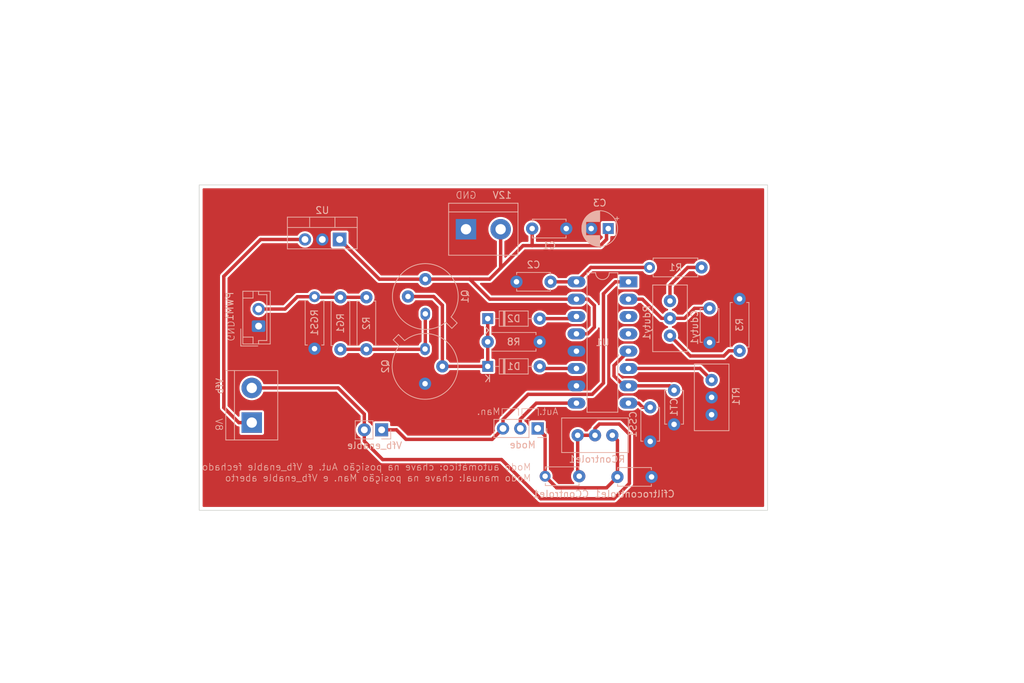
<source format=kicad_pcb>
(kicad_pcb (version 20240108) (generator "pcbnew") (generator_version "8.0")
  (layers (0 "F.Cu" signal) (31 "B.Cu" signal) (34 "B.Paste" user) (35 "F.Paste" user) (36 "B.SilkS" user "B.Silkscreen") (37 "F.SilkS" user "F.Silkscreen") (38 "B.Mask" user) (39 "F.Mask" user) (44 "Edge.Cuts" user))
  (net 0 "")
  (net 1 "VCC")
  (net 2 "VREF")
  (net 3 "Vfb")
  (net 4 "Net-(JP1-A)")
  (net 5 "Net-(U1-NI)")
  (net 6 "Net-(U1-SS)")
  (net 7 "Net-(U1-CT)")
  (net 8 "Net-(D1-K)")
  (net 9 "Net-(D1-A)")
  (net 10 "Net-(D2-A)")
  (net 11 "Net-(JP1-B)")
  (net 12 "Net-(JP1-C)")
  (net 13 "Net-(Q1-E)")
  (net 14 "Net-(R1-Pad1)")
  (net 15 "Net-(R3-Pad2)")
  (net 16 "Net-(U1-RT)")
  (net 19 "Net-(PWM1-Pin_2)")
  (net 20 "GNDREF")
  (net 21 "Net-(J3-Pin_1)")
  (footprint "Diode_THT:D_DO-35_SOD27_P7.62mm_Horizontal" (layer "B.Cu") (at 170.59 96.5)
    (property "Reference" "D2" (at 3.81 0 0) (layer "B.SilkS") (effects (justify mirror)))
    (property "Value" "D")
    (fp_text user "K" (at 0 1.8 0) (layer "B.SilkS") (effects (justify mirror)))
    (pad "1" thru_hole rect (at 0 0) (size 1.6 1.6) (drill 0.8) (layers "*.Cu" "*.Mask") (net 8 "Net-(D1-K)"))
    (pad "2" thru_hole circle (at 7.62 0) (size 1.8 1.8) (drill 0.8) (layers "*.Cu" "*.Mask") (net 10 "Net-(D2-A)"))
  )
  (footprint "TerminalBlock:TerminalBlock_bornier-2_P5.08mm" (layer "B.Cu") (at 167.4 83.4)
    (property "Reference" "12V" (at 5.3 -5 0) (layer "B.SilkS") (effects (justify mirror)))
    (property "Value" "Alimentação")
    (pad "1" thru_hole rect (at 0 0) (size 3 3) (drill 1.52) (layers "*.Cu" "*.Mask") (net 20 "GNDREF"))
    (pad "2" thru_hole circle (at 5.08 0) (size 3 3) (drill 1.52) (layers "*.Cu" "*.Mask") (net 1 "VCC"))
  )
  (footprint "Connector_JST:JST_EH_B2B-EH-A_1x02_P2.50mm_Vertical" (layer "B.Cu") (at 137 97.6 90)
    (property "Reference" "PWM1" (at 2.9 -4.2 -90) (layer "B.SilkS") (effects (justify mirror)))
    (property "Value" "Conn_01x02_Pin" (hide yes))
    (pad "1" thru_hole roundrect (at 0 0 90) (size 1.7 2) (drill 1) (layers "*.Cu" "*.Mask") (roundrect_rratio 0.147059) (net 20 "GNDREF"))
    (pad "2" thru_hole circle (at 2.5 0 90) (size 1.8 1.8) (drill 1) (layers "*.Cu" "*.Mask") (net 19 "Net-(PWM1-Pin_2)"))
  )
  (footprint "Potentiometer_THT:Potentiometer_Bourns_3296W_Vertical" (layer "B.Cu") (at 188.85 113.6)
    (property "Reference" "RControle1" (at -2.25 3.5 0) (layer "B.SilkS") (effects (justify mirror)))
    (property "Value" "47 K" (hide yes))
    (pad "1" thru_hole circle (at 0 0) (size 1.8 1.8) (drill 0.8) (layers "*.Cu" "*.Mask") (net 4 "Net-(JP1-A)"))
    (pad "2" thru_hole circle (at -2.54 0) (size 1.8 1.8) (drill 0.8) (layers "*.Cu" "*.Mask") (net 3 "Vfb"))
    (pad "3" thru_hole circle (at -5.08 0) (size 1.8 1.8) (drill 0.8) (layers "*.Cu" "*.Mask") (net 3 "Vfb"))
  )
  (footprint "Package_TO_SOT_THT:TO-39-3" (layer "B.Cu") (at 161.44 95.8 90)
    (property "Reference" "Q1" (at 2.54 5.82 -90) (layer "B.SilkS") (effects (justify mirror)))
    (property "Value" "2N2222")
    (pad "1" thru_hole oval (at 0 0 90) (size 1.8 1.4) (drill 0.8) (layers "*.Cu" "*.Mask") (net 13 "Net-(Q1-E)"))
    (pad "2" thru_hole circle (at 2.54 -2.54 90) (size 1.8 1.8) (drill 0.8) (layers "*.Cu" "*.Mask") (net 8 "Net-(D1-K)"))
    (pad "3" thru_hole circle (at 5.08 0 90) (size 1.8 1.8) (drill 0.8) (layers "*.Cu" "*.Mask") (net 1 "VCC"))
  )
  (footprint "Resistor_THT:R_Axial_DIN0207_L6.3mm_D2.5mm_P7.62mm_Horizontal" (layer "B.Cu") (at 201.92 89 180)
    (property "Reference" "R1" (at 3.81 0 180) (layer "B.SilkS") (effects (justify mirror)))
    (property "Value" "10 K")
    (pad "1" thru_hole circle (at 0 0 180) (size 1.8 1.8) (drill 0.8) (layers "*.Cu" "*.Mask") (net 14 "Net-(R1-Pad1)"))
    (pad "2" thru_hole oval (at 7.62 0 180) (size 1.6 1.6) (drill 0.8) (layers "*.Cu" "*.Mask") (net 2 "VREF"))
  )
  (footprint "Potentiometer_THT:Potentiometer_Bourns_3296W_Vertical" (layer "B.Cu") (at 203.4 110.58 -90)
    (property "Reference" "RT1" (at -2.68 -3.6 90) (layer "B.SilkS") (effects (justify mirror)))
    (property "Value" "47 K")
    (pad "1" thru_hole circle (at 0 0 270) (size 1.8 1.8) (drill 0.8) (layers "*.Cu" "*.Mask") (net 20 "GNDREF"))
    (pad "2" thru_hole circle (at -2.54 0 270) (size 1.8 1.8) (drill 0.8) (layers "*.Cu" "*.Mask") (net 20 "GNDREF"))
    (pad "3" thru_hole circle (at -5.08 0 270) (size 1.8 1.8) (drill 0.8) (layers "*.Cu" "*.Mask") (net 16 "Net-(U1-RT)"))
  )
  (footprint "Capacitor_THT:C_Disc_D4.7mm_W2.5mm_P5.00mm" (layer "B.Cu") (at 189.6 119.7)
    (property "Reference" "Cfiltrocontrole1" (at 2.5 2.5 0) (layer "B.SilkS") (effects (justify mirror)))
    (property "Value" "C5")
    (pad "1" thru_hole circle (at 0 0) (size 1.8 1.8) (drill 0.8) (layers "*.Cu" "*.Mask") (net 4 "Net-(JP1-A)"))
    (pad "2" thru_hole circle (at 5 0) (size 1.8 1.8) (drill 0.8) (layers "*.Cu" "*.Mask") (net 20 "GNDREF"))
  )
  (footprint "Capacitor_THT:CP_Radial_D5.0mm_P2.00mm" (layer "B.Cu") (at 188 83.3 180)
    (property "Reference" "C3" (at 1 3.75 180) (layer "B.SilkS") (effects (justify mirror)))
    (property "Value" "10 uF")
    (pad "1" thru_hole rect (at -0.25 0 180) (size 1.6 1.6) (drill 0.8) (layers "*.Cu" "*.Mask") (net 1 "VCC"))
    (pad "2" thru_hole circle (at 2.25 0 180) (size 1.8 1.8) (drill 0.8) (layers "*.Cu" "*.Mask") (net 20 "GNDREF"))
  )
  (footprint "TerminalBlock:TerminalBlock_bornier-2_P5.08mm" (layer "B.Cu") (at 136 111.74 90)
    (property "Reference" "Vfb" (at 5.34 -4.7 -90) (layer "B.SilkS") (effects (justify mirror)))
    (property "Value" "Vfb")
    (pad "1" thru_hole rect (at 0 0 90) (size 3 3) (drill 1.52) (layers "*.Cu" "*.Mask") (net 21 "Net-(J3-Pin_1)"))
    (pad "2" thru_hole circle (at 5.08 0 90) (size 3 3) (drill 1.52) (layers "*.Cu" "*.Mask") (net 3 "Vfb"))
  )
  (footprint "Package_TO_SOT_THT:TO-220-3_Vertical" (layer "B.Cu") (at 148.88 84.9 180)
    (property "Reference" "U2" (at 2.54 4.27 180) (layer "B.SilkS") (effects (justify mirror)))
    (property "Value" "LM7808_TO220")
    (pad "1" thru_hole rect (at 0 0 180) (size 2 2) (drill 1) (layers "*.Cu" "*.Mask") (net 1 "VCC"))
    (pad "2" thru_hole circle (at 2.54 0 180) (size 1.8 1.8) (drill 1) (layers "*.Cu" "*.Mask") (net 20 "GNDREF"))
    (pad "3" thru_hole circle (at 5.08 0 180) (size 1.8 1.8) (drill 1) (layers "*.Cu" "*.Mask") (net 21 "Net-(J3-Pin_1)"))
  )
  (footprint "Resistor_THT:R_Axial_DIN0207_L6.3mm_D2.5mm_P7.62mm_Horizontal" (layer "B.Cu") (at 145.2 100.91 90)
    (property "Reference" "RGS1" (at 3.81 0 -90) (layer "B.SilkS") (effects (justify mirror)))
    (property "Value" "10 K")
    (pad "1" thru_hole circle (at 0 0 90) (size 1.8 1.8) (drill 0.8) (layers "*.Cu" "*.Mask") (net 20 "GNDREF"))
    (pad "2" thru_hole oval (at 7.62 0 90) (size 1.6 1.6) (drill 0.8) (layers "*.Cu" "*.Mask") (net 19 "Net-(PWM1-Pin_2)"))
  )
  (footprint "Resistor_THT:R_Axial_DIN0207_L6.3mm_D2.5mm_P7.62mm_Horizontal" (layer "B.Cu") (at 152.8 101 90)
    (property "Reference" "R2" (at 3.81 0 -90) (layer "B.SilkS") (effects (justify mirror)))
    (property "Value" "R")
    (pad "1" thru_hole circle (at 0 0 90) (size 1.8 1.8) (drill 0.8) (layers "*.Cu" "*.Mask") (net 13 "Net-(Q1-E)"))
    (pad "2" thru_hole circle (at 7.62 0 90) (size 1.8 1.8) (drill 0.8) (layers "*.Cu" "*.Mask") (net 19 "Net-(PWM1-Pin_2)"))
  )
  (footprint "Potentiometer_THT:Potentiometer_Bourns_3296W_Vertical" (layer "B.Cu") (at 197.3 99 -90)
    (property "Reference" "Rduty1" (at -1.9 3.4 90) (layer "B.SilkS") (effects (justify mirror)))
    (property "Value" "47 K")
    (pad "1" thru_hole circle (at 0 0 270) (size 1.8 1.8) (drill 0.8) (layers "*.Cu" "*.Mask") (net 15 "Net-(R3-Pad2)"))
    (pad "2" thru_hole circle (at -2.54 0 270) (size 1.8 1.8) (drill 0.8) (layers "*.Cu" "*.Mask") (net 5 "Net-(U1-NI)"))
    (pad "3" thru_hole circle (at -5.08 0 270) (size 1.8 1.8) (drill 0.8) (layers "*.Cu" "*.Mask") (net 14 "Net-(R1-Pad1)"))
  )
  (footprint "Connector_PinHeader_2.54mm:PinHeader_1x02_P2.54mm_Vertical" (layer "B.Cu") (at 155.04 112.8 90)
    (property "Reference" "Vfb_enable" (at -2.3 -1.04 0) (layer "B.SilkS") (effects (justify mirror)))
    (property "Value" "Feedback_enable")
    (pad "1" thru_hole rect (at 0 0 90) (size 1.9 1.9) (drill 1) (layers "*.Cu" "*.Mask") (net 11 "Net-(JP1-B)"))
    (pad "2" thru_hole circle (at 0 -2.54 90) (size 1.9 1.9) (drill 1) (layers "*.Cu" "*.Mask") (net 3 "Vfb"))
  )
  (footprint "Capacitor_THT:C_Disc_D4.7mm_W2.5mm_P5.00mm" (layer "B.Cu") (at 194.4 109.5 -90)
    (property "Reference" "CSS1" (at 2.5 2.5 90) (layer "B.SilkS") (effects (justify mirror)))
    (property "Value" "39 nF")
    (pad "1" thru_hole circle (at 0 0 270) (size 1.8 1.8) (drill 0.8) (layers "*.Cu" "*.Mask") (net 6 "Net-(U1-SS)"))
    (pad "2" thru_hole circle (at 5 0 270) (size 1.8 1.8) (drill 0.8) (layers "*.Cu" "*.Mask") (net 20 "GNDREF"))
  )
  (footprint "Capacitor_THT:C_Disc_D4.7mm_W2.5mm_P5.00mm" (layer "B.Cu") (at 203.1 95 -90)
    (property "Reference" "Cduty1" (at 2.8 2.2 90) (layer "B.SilkS") (effects (justify mirror)))
    (property "Value" "100 pF")
    (pad "1" thru_hole circle (at 0 0 270) (size 1.8 1.8) (drill 0.8) (layers "*.Cu" "*.Mask") (net 5 "Net-(U1-NI)"))
    (pad "2" thru_hole circle (at 5 0 270) (size 1.8 1.8) (drill 0.8) (layers "*.Cu" "*.Mask") (net 20 "GNDREF"))
  )
  (footprint "Package_DIP:CERDIP-16_W7.62mm_SideBrazed_LongPads" (layer "B.Cu") (at 191.21 91.11 180)
    (property "Reference" "U1" (at 3.81 -8.89 180) (layer "B.SilkS") (effects (justify mirror)))
    (property "Value" "SG3525")
    (pad "1" thru_hole rect (at 0 0 180) (size 2.6 1.6) (drill 0.8) (layers "*.Cu" "*.Mask") (net 11 "Net-(JP1-B)"))
    (pad "2" thru_hole oval (at 0 -2.54 180) (size 2.6 1.6) (drill 0.8) (layers "*.Cu" "*.Mask") (net 5 "Net-(U1-NI)"))
    (pad "3" thru_hole oval (at 0 -5.08 180) (size 2.6 1.6) (drill 0.8) (layers "*.Cu" "*.Mask"))
    (pad "4" thru_hole oval (at 0 -7.62 180) (size 2.6 1.6) (drill 0.8) (layers "*.Cu" "*.Mask"))
    (pad "5" thru_hole oval (at 0 -10.16 180) (size 2.6 1.6) (drill 0.8) (layers "*.Cu" "*.Mask") (net 7 "Net-(U1-CT)"))
    (pad "6" thru_hole oval (at 0 -12.7 180) (size 2.6 1.6) (drill 0.8) (layers "*.Cu" "*.Mask") (net 16 "Net-(U1-RT)"))
    (pad "7" thru_hole oval (at 0 -15.24 180) (size 2.6 1.6) (drill 0.8) (layers "*.Cu" "*.Mask") (net 7 "Net-(U1-CT)"))
    (pad "8" thru_hole oval (at 0 -17.78 180) (size 2.6 1.6) (drill 0.8) (layers "*.Cu" "*.Mask") (net 6 "Net-(U1-SS)"))
    (pad "9" thru_hole oval (at 7.62 -17.78 180) (size 2.6 1.6) (drill 0.8) (layers "*.Cu" "*.Mask") (net 12 "Net-(JP1-C)"))
    (pad "10" thru_hole oval (at 7.62 -15.24 180) (size 2.6 1.6) (drill 0.8) (layers "*.Cu" "*.Mask") (net 20 "GNDREF"))
    (pad "11" thru_hole oval (at 7.62 -12.7 180) (size 2.6 1.6) (drill 0.8) (layers "*.Cu" "*.Mask") (net 9 "Net-(D1-A)"))
    (pad "12" thru_hole oval (at 7.62 -10.16 180) (size 2.6 1.6) (drill 0.8) (layers "*.Cu" "*.Mask") (net 20 "GNDREF"))
    (pad "13" thru_hole oval (at 7.62 -7.62 180) (size 2.6 1.6) (drill 0.8) (layers "*.Cu" "*.Mask") (net 1 "VCC"))
    (pad "14" thru_hole oval (at 7.62 -5.08 180) (size 2.6 1.6) (drill 0.8) (layers "*.Cu" "*.Mask") (net 10 "Net-(D2-A)"))
    (pad "15" thru_hole oval (at 7.62 -2.54 180) (size 2.6 1.6) (drill 0.8) (layers "*.Cu" "*.Mask") (net 1 "VCC"))
    (pad "16" thru_hole oval (at 7.62 0 180) (size 2.6 1.6) (drill 0.8) (layers "*.Cu" "*.Mask") (net 2 "VREF"))
  )
  (footprint "Resistor_THT:R_Axial_DIN0207_L6.3mm_D2.5mm_P7.62mm_Horizontal" (layer "B.Cu") (at 207.5 93.6 -90)
    (property "Reference" "R3" (at 3.8 0 90) (layer "B.SilkS") (effects (justify mirror)))
    (property "Value" "10 K")
    (pad "1" thru_hole circle (at 0 0 270) (size 1.8 1.8) (drill 0.8) (layers "*.Cu" "*.Mask") (net 20 "GNDREF"))
    (pad "2" thru_hole circle (at 7.62 0 270) (size 1.8 1.8) (drill 0.8) (layers "*.Cu" "*.Mask") (net 15 "Net-(R3-Pad2)"))
  )
  (footprint "Resistor_THT:R_Axial_DIN0207_L6.3mm_D2.5mm_P7.62mm_Horizontal" (layer "B.Cu") (at 149 101 90)
    (property "Reference" "RG1" (at 3.81 0 -90) (layer "B.SilkS") (effects (justify mirror)))
    (property "Value" "8,76R")
    (pad "1" thru_hole circle (at 0 0 90) (size 1.8 1.8) (drill 0.8) (layers "*.Cu" "*.Mask") (net 13 "Net-(Q1-E)"))
    (pad "2" thru_hole circle (at 7.62 0 90) (size 1.8 1.8) (drill 0.8) (layers "*.Cu" "*.Mask") (net 19 "Net-(PWM1-Pin_2)"))
  )
  (footprint "Package_TO_SOT_THT:TO-39-3" (layer "B.Cu") (at 161.4 100.96 -90)
    (property "Reference" "Q2" (at 2.54 5.82 90) (layer "B.SilkS") (effects (justify mirror)))
    (property "Value" "2N2907")
    (pad "1" thru_hole oval (at 0 0 270) (size 1.8 1.4) (drill 0.8) (layers "*.Cu" "*.Mask") (net 13 "Net-(Q1-E)"))
    (pad "2" thru_hole circle (at 2.54 -2.54 270) (size 1.8 1.8) (drill 0.8) (layers "*.Cu" "*.Mask") (net 8 "Net-(D1-K)"))
    (pad "3" thru_hole circle (at 5.08 0 270) (size 1.8 1.8) (drill 0.8) (layers "*.Cu" "*.Mask") (net 20 "GNDREF"))
  )
  (footprint "Resistor_THT:R_Axial_DIN0207_L6.3mm_D2.5mm_P7.62mm_Horizontal" (layer "B.Cu") (at 170.58 99.9)
    (property "Reference" "R8" (at 3.81 0 0) (layer "B.SilkS") (effects (justify mirror)))
    (property "Value" "10 K")
    (pad "1" thru_hole circle (at 0 0) (size 1.8 1.8) (drill 0.8) (layers "*.Cu" "*.Mask") (net 8 "Net-(D1-K)"))
    (pad "2" thru_hole circle (at 7.62 0) (size 1.8 1.8) (drill 0.8) (layers "*.Cu" "*.Mask") (net 20 "GNDREF"))
  )
  (footprint "Diode_THT:D_DO-35_SOD27_P7.62mm_Horizontal" (layer "B.Cu") (at 170.59 103.5)
    (property "Reference" "D1" (at 3.81 0 0) (layer "B.SilkS") (effects (justify mirror)))
    (property "Value" "D")
    (fp_text user "K" (at 0 1.8 0) (layer "B.SilkS") (effects (justify mirror)))
    (pad "1" thru_hole rect (at 0 0) (size 1.6 1.6) (drill 0.8) (layers "*.Cu" "*.Mask") (net 8 "Net-(D1-K)"))
    (pad "2" thru_hole circle (at 7.62 0) (size 1.8 1.8) (drill 0.8) (layers "*.Cu" "*.Mask") (net 9 "Net-(D1-A)"))
  )
  (footprint "Connector_PinHeader_2.54mm:PinHeader_1x03_P2.54mm_Vertical" (layer "B.Cu") (at 177.905 112.6 90)
    (property "Reference" "Mode" (at -2.4 -2.205 0) (layer "B.SilkS") (effects (justify mirror)))
    (property "Value" "MODO")
    (pad "1" thru_hole rect (at 0 0 90) (size 1.8 1.8) (drill 1) (layers "*.Cu" "*.Mask") (net 4 "Net-(JP1-A)"))
    (pad "2" thru_hole circle (at 0 -2.54 90) (size 1.8 1.8) (drill 1) (layers "*.Cu" "*.Mask") (net 12 "Net-(JP1-C)"))
    (pad "3" thru_hole circle (at 0 -5.08 90) (size 1.8 1.8) (drill 1) (layers "*.Cu" "*.Mask") (net 11 "Net-(JP1-B)"))
  )
  (footprint "Capacitor_THT:C_Disc_D4.7mm_W2.5mm_P5.00mm" (layer "B.Cu") (at 184 119.6 180)
    (property "Reference" "CControle1" (at 2.7 -2.6 180) (layer "B.SilkS") (effects (justify mirror)))
    (property "Value" "CControle")
    (pad "1" thru_hole circle (at 0 0 180) (size 1.8 1.8) (drill 0.8) (layers "*.Cu" "*.Mask") (net 3 "Vfb"))
    (pad "2" thru_hole circle (at 5 0 180) (size 1.6 1.6) (drill 0.8) (layers "*.Cu" "*.Mask") (net 4 "Net-(JP1-A)"))
  )
  (footprint "Capacitor_THT:C_Disc_D4.7mm_W2.5mm_P5.00mm" (layer "B.Cu") (at 179.8 91.1 180)
    (property "Reference" "C2" (at 2.5 2.5 180) (layer "B.SilkS") (effects (justify mirror)))
    (property "Value" "100 nF")
    (pad "1" thru_hole circle (at 0 0 180) (size 1.8 1.8) (drill 0.8) (layers "*.Cu" "*.Mask") (net 2 "VREF"))
    (pad "2" thru_hole circle (at 5 0 180) (size 1.8 1.8) (drill 0.8) (layers "*.Cu" "*.Mask") (net 20 "GNDREF"))
  )
  (footprint "Capacitor_THT:C_Disc_D4.7mm_W2.5mm_P5.00mm" (layer "B.Cu") (at 197.9 107 -90)
    (property "Reference" "CT1" (at 2.5 0 90) (layer "B.SilkS") (effects (justify mirror)))
    (property "Value" "2,2 nF")
    (pad "1" thru_hole circle (at 0 0 270) (size 1.8 1.8) (drill 0.8) (layers "*.Cu" "*.Mask") (net 7 "Net-(U1-CT)"))
    (pad "2" thru_hole circle (at 5 0 270) (size 1.8 1.8) (drill 0.8) (layers "*.Cu" "*.Mask") (net 20 "GNDREF"))
  )
  (footprint "Capacitor_THT:C_Disc_D4.7mm_W2.5mm_P5.00mm" (layer "B.Cu") (at 177.1 83.3)
    (property "Reference" "C1" (at 2.5 2.5 0) (layer "B.SilkS") (effects (justify mirror)))
    (property "Value" "100 nF")
    (pad "1" thru_hole circle (at 0 0) (size 1.8 1.8) (drill 0.8) (layers "*.Cu" "*.Mask") (net 1 "VCC"))
    (pad "2" thru_hole circle (at 5 0) (size 1.8 1.8) (drill 0.8) (layers "*.Cu" "*.Mask") (net 20 "GNDREF"))
  )
  (gr_line (start 178 110.7) (end 178 109.7) (stroke (width 0.1)) (layer "B.SilkS"))
  (gr_line (start 175.6 110.7) (end 175.6 109.7) (stroke (width 0.1)) (layer "B.SilkS"))
  (gr_line (start 175.1 109.7) (end 175.1 110.7) (stroke (width 0.1)) (layer "B.SilkS"))
  (gr_line (start 172.7 109.7) (end 175.1 109.7) (stroke (width 0.1)) (layer "B.SilkS"))
  (gr_line (start 172.7 110.7) (end 172.7 109.7) (stroke (width 0.1)) (layer "B.SilkS"))
  (gr_line (start 175.6 109.7) (end 178 109.7) (stroke (width 0.1)) (layer "B.SilkS"))
  (gr_rect (start 128.3 76.9) (end 211.6 124.6) (stroke (width 0.1)) (fill none) (layer "Edge.Cuts"))
  (gr_text "Man.\n" (at 172.5 110.7 -0) (layer "B.SilkS") (effects (font (size 1 1) (thickness 0.1)) (justify left bottom mirror)))
  (gr_text "Modo automático: chave na posição Aut. e Vfb_enable fechado\nModo manual: chave na posição Man. e Vfb_enable aberto\n\n" (at 177 122.05 -0) (layer "B.SilkS") (effects (font (size 1 1) (thickness 0.1)) (justify left bottom mirror)))
  (gr_text "8V\n" (at 130.6 113 -90) (layer "B.SilkS") (effects (font (size 1 1) (thickness 0.1)) (justify left bottom mirror)))
  (gr_text "GND\n" (at 132.3 99.9 -90) (layer "B.SilkS") (effects (font (size 1 1) (thickness 0.1)) (justify left bottom mirror)))
  (gr_text "GND\n" (at 169 79 -0) (layer "B.SilkS") (effects (font (size 1 1) (thickness 0.1)) (justify left bottom mirror)))
  (gr_text "Aut.\n" (at 181 110.7 -0) (layer "B.SilkS") (effects (font (size 1 1) (thickness 0.1)) (justify left bottom mirror)))
  (segment (start 177.1 83.3) (end 177.1 85.8) (width 0.5) (layer "F.Cu") (net 1))
  (segment (start 185.24 98.73) (end 183.59 98.73) (width 0.5) (layer "F.Cu") (net 1))
  (segment (start 186.22 97.75) (end 185.24 98.73) (width 0.5) (layer "F.Cu") (net 1))
  (segment (start 188 84.88) (end 187.08 85.8) (width 0.5) (layer "F.Cu") (net 1))
  (segment (start 170.86 90.71) (end 167.94 90.71) (width 0.5) (layer "F.Cu") (net 1))
  (segment (start 167.94 90.71) (end 161.45 90.71) (width 0.5) (layer "F.Cu") (net 1))
  (segment (start 186.22 94.57) (end 186.22 97.75) (width 0.5) (layer "F.Cu") (net 1))
  (segment (start 188 83.3) (end 188 84.88) (width 0.5) (layer "F.Cu") (net 1))
  (segment (start 185.3 93.65) (end 186.22 94.57) (width 0.5) (layer "F.Cu") (net 1))
  (segment (start 187.08 85.8) (end 177.1 85.8) (width 0.5) (layer "F.Cu") (net 1))
  (segment (start 154.7 90.72) (end 148.88 84.9) (width 0.5) (layer "F.Cu") (net 1))
  (segment (start 175.77 85.8) (end 172.48 89.09) (width 0.5) (layer "F.Cu") (net 1))
  (segment (start 172.48 89.09) (end 170.86 90.71) (width 0.5) (layer "F.Cu") (net 1))
  (segment (start 170.9 93.65) (end 183.59 93.65) (width 0.5) (layer "F.Cu") (net 1))
  (segment (start 177.1 85.8) (end 175.77 85.8) (width 0.5) (layer "F.Cu") (net 1))
  (segment (start 161.45 90.71) (end 161.44 90.72) (width 0.5) (layer "F.Cu") (net 1))
  (segment (start 172.48 83.4) (end 172.48 89.09) (width 0.5) (layer "F.Cu") (net 1))
  (segment (start 183.59 93.65) (end 185.3 93.65) (width 0.5) (layer "F.Cu") (net 1))
  (segment (start 167.94 90.71) (end 170.88 93.65) (width 0.5) (layer "F.Cu") (net 1))
  (segment (start 161.44 90.72) (end 154.7 90.72) (width 0.5) (layer "F.Cu") (net 1))
  (segment (start 179.81 91.11) (end 179.8 91.1) (width 0.4) (layer "F.Cu") (net 2))
  (segment (start 183.59 91.11) (end 179.81 91.11) (width 0.5) (layer "F.Cu") (net 2))
  (segment (start 194.3 89) (end 185.7 89) (width 0.5) (layer "F.Cu") (net 2))
  (segment (start 185.7 89) (end 183.59 91.11) (width 0.5) (layer "F.Cu") (net 2))
  (segment (start 189.85 111.95) (end 186.95 111.95) (width 0.5) (layer "F.Cu") (net 3))
  (segment (start 148.66 106.66) (end 136 106.66) (width 0.5) (layer "F.Cu") (net 3))
  (segment (start 172.61 117.16) (end 178.35 122.9) (width 0.5) (layer "F.Cu") (net 3))
  (segment (start 155.19 117.16) (end 172.61 117.16) (width 0.5) (layer "F.Cu") (net 3))
  (segment (start 186.95 111.95) (end 186.31 112.59) (width 0.5) (layer "F.Cu") (net 3))
  (segment (start 183.77 119.37) (end 184 119.6) (width 0.5) (layer "F.Cu") (net 3))
  (segment (start 186.31 112.59) (end 186.31 113.6) (width 0.5) (layer "F.Cu") (net 3))
  (segment (start 191.35 120.65) (end 191.35 113.45) (width 0.5) (layer "F.Cu") (net 3))
  (segment (start 183.77 113.6) (end 183.77 119.37) (width 0.5) (layer "F.Cu") (net 3))
  (segment (start 186.31 113.6) (end 183.77 113.6) (width 0.5) (layer "F.Cu") (net 3))
  (segment (start 152.5 112.8) (end 152.5 110.5) (width 0.5) (layer "F.Cu") (net 3))
  (segment (start 152.5 110.5) (end 148.66 106.66) (width 0.5) (layer "F.Cu") (net 3))
  (segment (start 152.5 114.47) (end 155.19 117.16) (width 0.5) (layer "F.Cu") (net 3))
  (segment (start 152.5 112.8) (end 152.5 114.47) (width 0.5) (layer "F.Cu") (net 3))
  (segment (start 178.35 122.9) (end 189.1 122.9) (width 0.5) (layer "F.Cu") (net 3))
  (segment (start 189.1 122.9) (end 191.35 120.65) (width 0.5) (layer "F.Cu") (net 3))
  (segment (start 191.35 113.45) (end 189.85 111.95) (width 0.5) (layer "F.Cu") (net 3))
  (segment (start 189.6 114.35) (end 188.85 113.6) (width 0.5) (layer "F.Cu") (net 4))
  (segment (start 179 113.695) (end 177.905 112.6) (width 0.5) (layer "F.Cu") (net 4))
  (segment (start 180.7 121.3) (end 188 121.3) (width 0.5) (layer "F.Cu") (net 4))
  (segment (start 188 121.3) (end 189.6 119.7) (width 0.5) (layer "F.Cu") (net 4))
  (segment (start 179 119.6) (end 180.7 121.3) (width 0.5) (layer "F.Cu") (net 4))
  (segment (start 179 119.6) (end 179 113.695) (width 0.5) (layer "F.Cu") (net 4))
  (segment (start 189.6 119.7) (end 189.6 114.35) (width 0.5) (layer "F.Cu") (net 4))
  (segment (start 196.06 96.46) (end 193.25 93.65) (width 0.5) (layer "F.Cu") (net 5))
  (segment (start 200.89 95) (end 199.43 96.46) (width 0.5) (layer "F.Cu") (net 5))
  (segment (start 203.1 95) (end 200.89 95) (width 0.5) (layer "F.Cu") (net 5))
  (segment (start 193.25 93.65) (end 191.21 93.65) (width 0.5) (layer "F.Cu") (net 5))
  (segment (start 199.43 96.46) (end 197.3 96.46) (width 0.5) (layer "F.Cu") (net 5))
  (segment (start 197.3 96.46) (end 196.06 96.46) (width 0.5) (layer "F.Cu") (net 5))
  (segment (start 192.7 108.89) (end 191.21 108.89) (width 0.5) (layer "F.Cu") (net 6))
  (segment (start 193.31 109.5) (end 192.7 108.89) (width 0.5) (layer "F.Cu") (net 6))
  (segment (start 194.4 109.5) (end 193.31 109.5) (width 0.5) (layer "F.Cu") (net 6))
  (segment (start 190.55 106.35) (end 189.1 104.9) (width 0.5) (layer "F.Cu") (net 7))
  (segment (start 189.1 104.9) (end 189.1 103.38) (width 0.5) (layer "F.Cu") (net 7))
  (segment (start 189.1 103.38) (end 191.21 101.27) (width 0.5) (layer "F.Cu") (net 7))
  (segment (start 191.21 106.35) (end 190.55 106.35) (width 0.5) (layer "F.Cu") (net 7))
  (segment (start 191.21 106.35) (end 197.25 106.35) (width 0.5) (layer "F.Cu") (net 7))
  (segment (start 197.25 106.35) (end 197.9 107) (width 0.5) (layer "F.Cu") (net 7))
  (segment (start 163.94 94.54) (end 162.66 93.26) (width 0.5) (layer "F.Cu") (net 8))
  (segment (start 162.66 93.26) (end 158.9 93.26) (width 0.5) (layer "F.Cu") (net 8))
  (segment (start 163.94 103.5) (end 170.59 103.5) (width 0.5) (layer "F.Cu") (net 8))
  (segment (start 170.58 99.9) (end 170.58 96.51) (width 0.5) (layer "F.Cu") (net 8))
  (segment (start 163.94 103.5) (end 163.94 94.54) (width 0.5) (layer "F.Cu") (net 8))
  (segment (start 170.59 103.5) (end 170.59 99.91) (width 0.5) (layer "F.Cu") (net 8))
  (segment (start 178.21 103.5) (end 178.52 103.81) (width 0.5) (layer "F.Cu") (net 9))
  (segment (start 178.52 103.81) (end 183.59 103.81) (width 0.5) (layer "F.Cu") (net 9))
  (segment (start 178.21 96.5) (end 183.28 96.5) (width 0.5) (layer "F.Cu") (net 10))
  (segment (start 183.28 96.5) (end 183.59 96.19) (width 0.5) (layer "F.Cu") (net 10))
  (segment (start 157.21 112.8) (end 158.61 114.2) (width 0.5) (layer "F.Cu") (net 11))
  (segment (start 171.225 114.2) (end 172.825 112.6) (width 0.5) (layer "F.Cu") (net 11))
  (segment (start 155.04 112.8) (end 157.21 112.8) (width 0.5) (layer "F.Cu") (net 11))
  (segment (start 187.55 92.85) (end 189.29 91.11) (width 0.5) (layer "F.Cu") (net 11))
  (segment (start 187.55 105.95) (end 187.55 92.85) (width 0.5) (layer "F.Cu") (net 11))
  (segment (start 158.61 114.2) (end 171.225 114.2) (width 0.5) (layer "F.Cu") (net 11))
  (segment (start 189.29 91.11) (end 191.21 91.11) (width 0.5) (layer "F.Cu") (net 11))
  (segment (start 176.5 107.6) (end 185.9 107.6) (width 0.5) (layer "F.Cu") (net 11))
  (segment (start 185.9 107.6) (end 187.55 105.95) (width 0.5) (layer "F.Cu") (net 11))
  (segment (start 172.825 112.6) (end 172.825 111.275) (width 0.5) (layer "F.Cu") (net 11))
  (segment (start 172.825 111.275) (end 176.5 107.6) (width 0.5) (layer "F.Cu") (net 11))
  (segment (start 177.71 108.89) (end 183.59 108.89) (width 0.5) (layer "F.Cu") (net 12))
  (segment (start 175.365 111.235) (end 177.71 108.89) (width 0.5) (layer "F.Cu") (net 12))
  (segment (start 175.365 112.6) (end 175.365 111.235) (width 0.5) (layer "F.Cu") (net 12))
  (segment (start 161.4 100.96) (end 161.16 100.96) (width 0.5) (layer "F.Cu") (net 13))
  (segment (start 161.44 95.8) (end 161.44 100.92) (width 0.5) (layer "F.Cu") (net 13))
  (segment (start 161.12 101) (end 152.8 101) (width 0.5) (layer "F.Cu") (net 13))
  (segment (start 161.16 100.96) (end 161.12 101) (width 0.5) (layer "F.Cu") (net 13))
  (segment (start 152.8 101) (end 149 101) (width 0.5) (layer "F.Cu") (net 13))
  (segment (start 161.44 100.92) (end 161.4 100.96) (width 0.5) (layer "F.Cu") (net 13))
  (segment (start 152.84 100.96) (end 152.8 101) (width 0.5) (layer "F.Cu") (net 13))
  (segment (start 199.9 89) (end 201.92 89) (width 0.5) (layer "F.Cu") (net 14))
  (segment (start 197.3 91.6) (end 199.9 89) (width 0.5) (layer "F.Cu") (net 14))
  (segment (start 197.3 93.92) (end 197.3 91.6) (width 0.5) (layer "F.Cu") (net 14))
  (segment (start 205.95 101.22) (end 207.5 101.22) (width 0.5) (layer "F.Cu") (net 15))
  (segment (start 205.19 101.98) (end 205.95 101.22) (width 0.5) (layer "F.Cu") (net 15))
  (segment (start 200.28 101.98) (end 205.19 101.98) (width 0.5) (layer "F.Cu") (net 15))
  (segment (start 197.3 99) (end 200.28 101.98) (width 0.5) (layer "F.Cu") (net 15))
  (segment (start 203.4 105.5) (end 201.7 103.8) (width 0.5) (layer "F.Cu") (net 16))
  (segment (start 201.7 103.8) (end 191.22 103.8) (width 0.5) (layer "F.Cu") (net 16))
  (segment (start 142.69 93.29) (end 140.88 95.1) (width 0.5) (layer "F.Cu") (net 19))
  (segment (start 140.88 95.1) (end 137 95.1) (width 0.5) (layer "F.Cu") (net 19))
  (segment (start 145.2 93.29) (end 142.69 93.29) (width 0.5) (layer "F.Cu") (net 19))
  (segment (start 152.8 93.38) (end 149 93.38) (width 0.5) (layer "F.Cu") (net 19))
  (segment (start 145.29 93.38) (end 145.2 93.29) (width 0.5) (layer "F.Cu") (net 19))
  (segment (start 149 93.38) (end 145.29 93.38) (width 0.5) (layer "F.Cu") (net 19))
  (segment (start 137.3 84.9) (end 143.8 84.9) (width 0.5) (layer "F.Cu") (net 21))
  (segment (start 131.9 109.54) (end 131.9 90.3) (width 0.5) (layer "F.Cu") (net 21))
  (segment (start 131.9 90.3) (end 137.3 84.9) (width 0.5) (layer "F.Cu") (net 21))
  (segment (start 136 111.74) (end 134.1 111.74) (width 0.5) (layer "F.Cu") (net 21))
  (segment (start 134.1 111.74) (end 131.9 109.54) (width 0.5) (layer "F.Cu") (net 21))
  (zone (net 20) (net_name "GNDREF") (layer "F.Cu") (connect_pads yes (clearance 0.3)) (min_thickness 0.25) (fill yes (thermal_gap 0.5) (thermal_bridge_width 0.5))
    (polygon (pts (xy 211.59 76.91) (xy 128.3 76.9) (xy 128.3 124.6) (xy 211.59 124.59)))
  )
)
</source>
